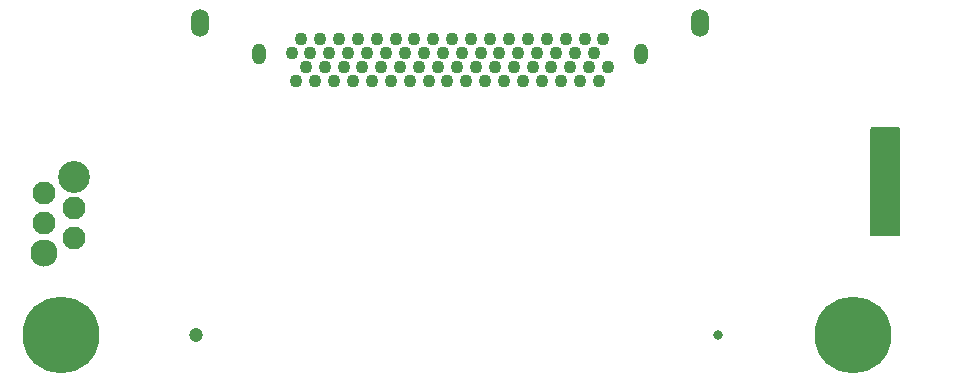
<source format=gbs>
G04 #@! TF.GenerationSoftware,KiCad,Pcbnew,8.0.6*
G04 #@! TF.CreationDate,2024-11-07T02:27:46-08:00*
G04 #@! TF.ProjectId,mse-68-vhdci,6d73652d-3638-42d7-9668-6463692e6b69,1*
G04 #@! TF.SameCoordinates,PXb06e040PY8583b00*
G04 #@! TF.FileFunction,Soldermask,Bot*
G04 #@! TF.FilePolarity,Negative*
%FSLAX46Y46*%
G04 Gerber Fmt 4.6, Leading zero omitted, Abs format (unit mm)*
G04 Created by KiCad (PCBNEW 8.0.6) date 2024-11-07 02:27:46*
%MOMM*%
%LPD*%
G01*
G04 APERTURE LIST*
%ADD10C,0.800000*%
%ADD11C,1.200000*%
%ADD12C,6.500000*%
%ADD13C,2.300000*%
%ADD14C,2.700000*%
%ADD15C,1.950000*%
%ADD16C,1.100000*%
%ADD17O,1.500000X2.350000*%
%ADD18O,1.200000X1.800000*%
G04 APERTURE END LIST*
D10*
G04 #@! TO.C,J1*
X-15400000Y4000000D03*
D11*
X-59600000Y4000000D03*
G04 #@! TD*
D12*
G04 #@! TO.C,H4*
X-4000000Y4000000D03*
G04 #@! TD*
D13*
G04 #@! TO.C,J3*
X-72440000Y10870000D03*
D14*
X-69900000Y17340000D03*
D15*
X-72440000Y16010000D03*
X-69900000Y14740000D03*
X-72440000Y13470000D03*
X-69900000Y12200000D03*
G04 #@! TD*
D16*
G04 #@! TO.C,J4*
X-51100000Y25500000D03*
X-50300000Y26650000D03*
X-49500000Y25500000D03*
X-48700000Y26650000D03*
X-47900000Y25500000D03*
X-47100000Y26650000D03*
X-46300000Y25500000D03*
X-45500000Y26650000D03*
X-44700000Y25500000D03*
X-43900000Y26650000D03*
X-43100000Y25499999D03*
X-42300000Y26650000D03*
X-41500001Y25500000D03*
X-40700000Y26650000D03*
X-39900000Y25500000D03*
X-39100000Y26650000D03*
X-38300000Y25500000D03*
X-37500000Y26650000D03*
X-36700000Y25500000D03*
X-35900000Y26650000D03*
X-35100000Y25500000D03*
X-34300000Y26650000D03*
X-33499999Y25500000D03*
X-32700000Y26650000D03*
X-31900000Y25499999D03*
X-31100000Y26650000D03*
X-30300000Y25500000D03*
X-29500000Y26650000D03*
X-28700000Y25500000D03*
X-27900000Y26650000D03*
X-27100000Y25500000D03*
X-26300000Y26650000D03*
X-25500000Y25500000D03*
X-24700000Y26650000D03*
X-51500000Y27850000D03*
X-50700000Y29000001D03*
X-49900000Y27850000D03*
X-49100000Y29000000D03*
X-48300000Y27850000D03*
X-47500000Y29000000D03*
X-46700000Y27850000D03*
X-45900000Y29000000D03*
X-45100000Y27850000D03*
X-44300000Y29000000D03*
X-43500000Y27850000D03*
X-42700000Y29000000D03*
X-41900000Y27850000D03*
X-41100000Y29000001D03*
X-40300000Y27850000D03*
X-39500000Y29000001D03*
X-38700000Y27850000D03*
X-37900000Y29000000D03*
X-37100000Y27850000D03*
X-36300000Y29000000D03*
X-35500000Y27850000D03*
X-34700000Y29000000D03*
X-33900000Y27850000D03*
X-33100000Y29000000D03*
X-32300000Y27850000D03*
X-31500000Y29000000D03*
X-30700000Y27850000D03*
X-29900000Y29000001D03*
X-29100000Y27850000D03*
X-28300000Y29000001D03*
X-27500000Y27850000D03*
X-26700000Y29000000D03*
X-25900000Y27850000D03*
X-25100000Y29000000D03*
D17*
X-16950000Y30380000D03*
D18*
X-21925000Y27750000D03*
X-54275000Y27750000D03*
D17*
X-59250000Y30380000D03*
G04 #@! TD*
D12*
G04 #@! TO.C,H3*
X-71000000Y4000000D03*
G04 #@! TD*
G36*
X-56961Y21530315D02*
G01*
X-11206Y21477511D01*
X0Y21426000D01*
X0Y12474000D01*
X-19685Y12406961D01*
X-72489Y12361206D01*
X-124000Y12350000D01*
X-2376000Y12350000D01*
X-2443039Y12369685D01*
X-2488794Y12422489D01*
X-2500000Y12474000D01*
X-2500000Y21426000D01*
X-2480315Y21493039D01*
X-2427511Y21538794D01*
X-2376000Y21550000D01*
X-124000Y21550000D01*
X-56961Y21530315D01*
G37*
M02*

</source>
